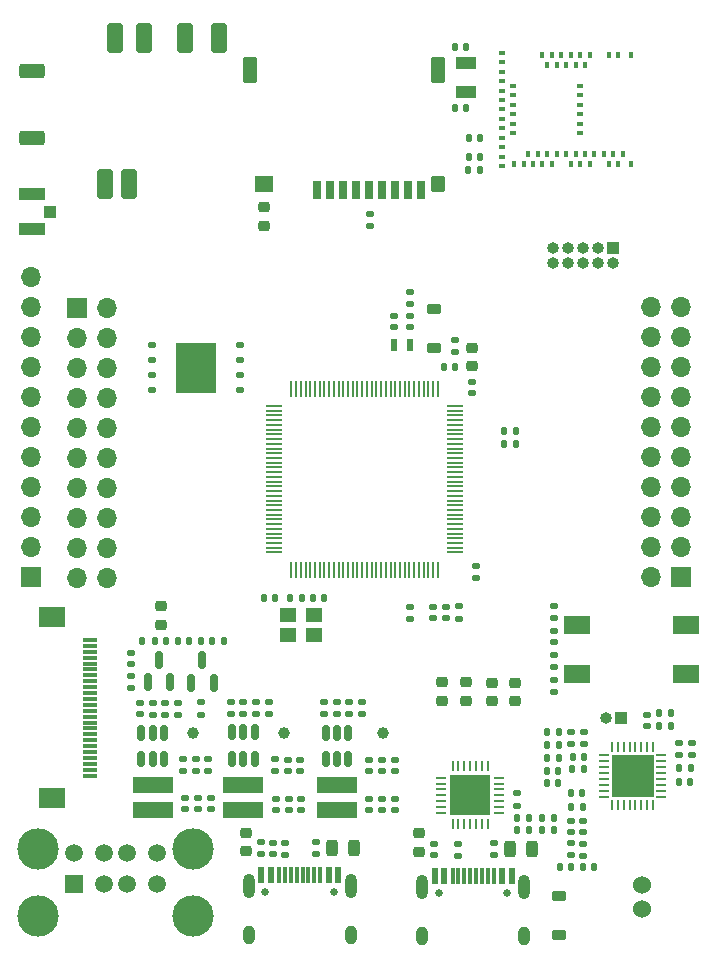
<source format=gbr>
%TF.GenerationSoftware,KiCad,Pcbnew,7.0.9*%
%TF.CreationDate,2024-06-03T19:44:06+03:00*%
%TF.ProjectId,LinuxCore-v2,4c696e75-7843-46f7-9265-2d76322e6b69,rev?*%
%TF.SameCoordinates,Original*%
%TF.FileFunction,Soldermask,Top*%
%TF.FilePolarity,Negative*%
%FSLAX46Y46*%
G04 Gerber Fmt 4.6, Leading zero omitted, Abs format (unit mm)*
G04 Created by KiCad (PCBNEW 7.0.9) date 2024-06-03 19:44:06*
%MOMM*%
%LPD*%
G01*
G04 APERTURE LIST*
G04 Aperture macros list*
%AMRoundRect*
0 Rectangle with rounded corners*
0 $1 Rounding radius*
0 $2 $3 $4 $5 $6 $7 $8 $9 X,Y pos of 4 corners*
0 Add a 4 corners polygon primitive as box body*
4,1,4,$2,$3,$4,$5,$6,$7,$8,$9,$2,$3,0*
0 Add four circle primitives for the rounded corners*
1,1,$1+$1,$2,$3*
1,1,$1+$1,$4,$5*
1,1,$1+$1,$6,$7*
1,1,$1+$1,$8,$9*
0 Add four rect primitives between the rounded corners*
20,1,$1+$1,$2,$3,$4,$5,0*
20,1,$1+$1,$4,$5,$6,$7,0*
20,1,$1+$1,$6,$7,$8,$9,0*
20,1,$1+$1,$8,$9,$2,$3,0*%
G04 Aperture macros list end*
%ADD10R,0.400000X0.600000*%
%ADD11R,0.600000X0.400000*%
%ADD12RoundRect,0.350000X-0.350000X-0.950000X0.350000X-0.950000X0.350000X0.950000X-0.350000X0.950000X0*%
%ADD13RoundRect,0.135000X0.185000X-0.135000X0.185000X0.135000X-0.185000X0.135000X-0.185000X-0.135000X0*%
%ADD14RoundRect,0.135000X-0.135000X-0.185000X0.135000X-0.185000X0.135000X0.185000X-0.135000X0.185000X0*%
%ADD15R,3.400000X1.350000*%
%ADD16RoundRect,0.140000X0.170000X-0.140000X0.170000X0.140000X-0.170000X0.140000X-0.170000X-0.140000X0*%
%ADD17RoundRect,0.070000X0.280000X0.730000X-0.280000X0.730000X-0.280000X-0.730000X0.280000X-0.730000X0*%
%ADD18RoundRect,0.140000X0.660000X0.560000X-0.660000X0.560000X-0.660000X-0.560000X0.660000X-0.560000X0*%
%ADD19RoundRect,0.120000X0.480000X0.580000X-0.480000X0.580000X-0.480000X-0.580000X0.480000X-0.580000X0*%
%ADD20RoundRect,0.120000X0.480000X0.980000X-0.480000X0.980000X-0.480000X-0.980000X0.480000X-0.980000X0*%
%ADD21RoundRect,0.140000X-0.170000X0.140000X-0.170000X-0.140000X0.170000X-0.140000X0.170000X0.140000X0*%
%ADD22RoundRect,0.135000X-0.185000X0.135000X-0.185000X-0.135000X0.185000X-0.135000X0.185000X0.135000X0*%
%ADD23C,1.000000*%
%ADD24RoundRect,0.140000X0.140000X0.170000X-0.140000X0.170000X-0.140000X-0.170000X0.140000X-0.170000X0*%
%ADD25RoundRect,0.218750X0.256250X-0.218750X0.256250X0.218750X-0.256250X0.218750X-0.256250X-0.218750X0*%
%ADD26R,1.700000X1.700000*%
%ADD27O,1.700000X1.700000*%
%ADD28RoundRect,0.140000X-0.140000X-0.170000X0.140000X-0.170000X0.140000X0.170000X-0.140000X0.170000X0*%
%ADD29RoundRect,0.135000X0.135000X0.185000X-0.135000X0.185000X-0.135000X-0.185000X0.135000X-0.185000X0*%
%ADD30RoundRect,0.150000X0.150000X-0.587500X0.150000X0.587500X-0.150000X0.587500X-0.150000X-0.587500X0*%
%ADD31R,0.600000X1.100000*%
%ADD32RoundRect,0.062500X0.062500X-0.337500X0.062500X0.337500X-0.062500X0.337500X-0.062500X-0.337500X0*%
%ADD33RoundRect,0.062500X0.337500X-0.062500X0.337500X0.062500X-0.337500X0.062500X-0.337500X-0.062500X0*%
%ADD34R,3.350000X3.350000*%
%ADD35RoundRect,0.150000X0.150000X-0.512500X0.150000X0.512500X-0.150000X0.512500X-0.150000X-0.512500X0*%
%ADD36RoundRect,0.225000X0.375000X-0.225000X0.375000X0.225000X-0.375000X0.225000X-0.375000X-0.225000X0*%
%ADD37R,1.800000X1.000000*%
%ADD38R,1.358900X0.228600*%
%ADD39R,0.228600X1.358900*%
%ADD40RoundRect,0.218750X-0.256250X0.218750X-0.256250X-0.218750X0.256250X-0.218750X0.256250X0.218750X0*%
%ADD41R,1.000000X1.000000*%
%ADD42O,1.000000X1.000000*%
%ADD43C,0.650000*%
%ADD44R,0.600000X1.450000*%
%ADD45R,0.300000X1.450000*%
%ADD46O,1.000000X2.100000*%
%ADD47O,1.000000X1.600000*%
%ADD48R,1.500000X1.500000*%
%ADD49C,1.500000*%
%ADD50C,3.500000*%
%ADD51RoundRect,0.250000X-0.850000X0.350000X-0.850000X-0.350000X0.850000X-0.350000X0.850000X0.350000X0*%
%ADD52RoundRect,0.243750X-0.243750X-0.456250X0.243750X-0.456250X0.243750X0.456250X-0.243750X0.456250X0*%
%ADD53R,2.180000X1.600000*%
%ADD54R,3.600000X3.600000*%
%ADD55R,1.400000X1.200000*%
%ADD56R,1.050000X1.000000*%
%ADD57R,2.200000X1.050000*%
%ADD58R,1.300000X0.300000*%
%ADD59R,2.200000X1.800000*%
%ADD60RoundRect,0.125000X-0.200000X-0.125000X0.200000X-0.125000X0.200000X0.125000X-0.200000X0.125000X0*%
%ADD61R,3.400000X4.300000*%
%ADD62C,1.524000*%
G04 APERTURE END LIST*
D10*
%TO.C,U10*%
X175560000Y-53040000D03*
X174460000Y-53040000D03*
X173660000Y-53040000D03*
X172060000Y-53040000D03*
X171660000Y-53940000D03*
X171260000Y-53040000D03*
X170860000Y-53940000D03*
X170460000Y-53040000D03*
X170060000Y-53940000D03*
X169660000Y-53040000D03*
X169260000Y-53940000D03*
X168860000Y-53040000D03*
X168460000Y-53940000D03*
X168060000Y-53040000D03*
D11*
X164660000Y-52890000D03*
X164660000Y-53690000D03*
X164660000Y-54490000D03*
X164660000Y-55290000D03*
X165560000Y-55690000D03*
X164660000Y-56090000D03*
X165560000Y-56490000D03*
X164660000Y-56890000D03*
X165560000Y-57290000D03*
X164660000Y-57690000D03*
X165560000Y-58090000D03*
X164660000Y-58490000D03*
X165560000Y-58890000D03*
X164660000Y-59290000D03*
X165560000Y-59690000D03*
X164660000Y-60090000D03*
X164660000Y-60890000D03*
X164660000Y-61690000D03*
X164660000Y-62490000D03*
D10*
X165660000Y-62340000D03*
X166460000Y-62340000D03*
X166860000Y-61440000D03*
X167260000Y-62340000D03*
X167660000Y-61440000D03*
X168060000Y-62340000D03*
X168460000Y-61440000D03*
X168860000Y-62340000D03*
X169260000Y-61440000D03*
X170060000Y-61440000D03*
X170460000Y-62340000D03*
X170860000Y-61440000D03*
X171260000Y-62340000D03*
X171660000Y-61440000D03*
X172060000Y-62340000D03*
X172460000Y-61440000D03*
X173260000Y-61440000D03*
X173660000Y-62340000D03*
X174060000Y-61440000D03*
X174460000Y-62340000D03*
X174860000Y-61440000D03*
X175560000Y-62340000D03*
D11*
X171260000Y-55690000D03*
X171260000Y-56490000D03*
X171260000Y-57290000D03*
X171260000Y-58090000D03*
X171260000Y-58890000D03*
X171260000Y-59690000D03*
%TD*%
D12*
%TO.C,U2*%
X140637150Y-51640000D03*
X137837150Y-51640000D03*
X134337150Y-51640000D03*
X131837150Y-51640000D03*
X131037150Y-64040000D03*
X133037150Y-64040000D03*
%TD*%
D13*
%TO.C,R13*%
X156807150Y-100800000D03*
X156807150Y-99780000D03*
%TD*%
D14*
%TO.C,R1*%
X146670000Y-99070000D03*
X147690000Y-99070000D03*
%TD*%
D15*
%TO.C,L5*%
X135047150Y-114855000D03*
X135047150Y-117005000D03*
%TD*%
D16*
%TO.C,C40*%
X154497150Y-113710000D03*
X154497150Y-112750000D03*
%TD*%
D17*
%TO.C,U7*%
X148997150Y-64475000D03*
X150097150Y-64475000D03*
X151197150Y-64475000D03*
X152297150Y-64475000D03*
X153397150Y-64475000D03*
X154497150Y-64475000D03*
X155597150Y-64475000D03*
X156697150Y-64475000D03*
X157797150Y-64475000D03*
D18*
X144497150Y-63975000D03*
D19*
X159197150Y-63975000D03*
D20*
X143297150Y-54375000D03*
X159197150Y-54375000D03*
%TD*%
D21*
%TO.C,C13*%
X162107150Y-80740000D03*
X162107150Y-81700000D03*
%TD*%
D22*
%TO.C,R47*%
X179657150Y-111360000D03*
X179657150Y-112380000D03*
%TD*%
D23*
%TO.C,TP2*%
X154557150Y-110500000D03*
%TD*%
D14*
%TO.C,R21*%
X138117150Y-102680000D03*
X139137150Y-102680000D03*
%TD*%
%TO.C,R16*%
X164810000Y-84950000D03*
X165830000Y-84950000D03*
%TD*%
D24*
%TO.C,C12*%
X160657150Y-79460000D03*
X159697150Y-79460000D03*
%TD*%
D22*
%TO.C,R24*%
X169057150Y-105980000D03*
X169057150Y-107000000D03*
%TD*%
D21*
%TO.C,C15*%
X169037150Y-101840000D03*
X169037150Y-102800000D03*
%TD*%
D22*
%TO.C,R2*%
X160687150Y-77210000D03*
X160687150Y-78230000D03*
%TD*%
D25*
%TO.C,D3*%
X159580000Y-107745000D03*
X159580000Y-106170000D03*
%TD*%
D21*
%TO.C,C57*%
X147647150Y-116050000D03*
X147647150Y-117010000D03*
%TD*%
D22*
%TO.C,R37*%
X153420000Y-66510000D03*
X153420000Y-67530000D03*
%TD*%
D25*
%TO.C,D4*%
X161590000Y-107765000D03*
X161590000Y-106190000D03*
%TD*%
D26*
%TO.C,J7*%
X179797150Y-97280000D03*
D27*
X177257150Y-97280000D03*
X179797150Y-94740000D03*
X177257150Y-94740000D03*
X179797150Y-92200000D03*
X177257150Y-92200000D03*
X179797150Y-89660000D03*
X177257150Y-89660000D03*
X179797150Y-87120000D03*
X177257150Y-87120000D03*
X179797150Y-84580000D03*
X177257150Y-84580000D03*
X179797150Y-82040000D03*
X177257150Y-82040000D03*
X179797150Y-79500000D03*
X177257150Y-79500000D03*
X179797150Y-76960000D03*
X177257150Y-76960000D03*
X179797150Y-74420000D03*
X177257150Y-74420000D03*
%TD*%
D28*
%TO.C,C37*%
X165942150Y-118715000D03*
X166902150Y-118715000D03*
%TD*%
D21*
%TO.C,C50*%
X137797150Y-116000000D03*
X137797150Y-116960000D03*
%TD*%
D14*
%TO.C,R48*%
X168417150Y-110420000D03*
X169437150Y-110420000D03*
%TD*%
D13*
%TO.C,R35*%
X152750000Y-108880000D03*
X152750000Y-107860000D03*
%TD*%
D26*
%TO.C,J3*%
X124797150Y-97295000D03*
D27*
X124797150Y-94755000D03*
X124797150Y-92215000D03*
X124797150Y-89675000D03*
X124797150Y-87135000D03*
X124797150Y-84595000D03*
X124797150Y-82055000D03*
X124797150Y-79515000D03*
X124797150Y-76975000D03*
X124797150Y-74435000D03*
X124797150Y-71895000D03*
%TD*%
D24*
%TO.C,C74*%
X171437150Y-115590000D03*
X170477150Y-115590000D03*
%TD*%
D29*
%TO.C,R19*%
X141117150Y-102680000D03*
X140097150Y-102680000D03*
%TD*%
D13*
%TO.C,R7*%
X146272150Y-120780000D03*
X146272150Y-119760000D03*
%TD*%
D22*
%TO.C,R18*%
X139140000Y-107900000D03*
X139140000Y-108920000D03*
%TD*%
D13*
%TO.C,R27*%
X165922150Y-116625000D03*
X165922150Y-115605000D03*
%TD*%
D15*
%TO.C,L7*%
X150647150Y-114880000D03*
X150647150Y-117030000D03*
%TD*%
D30*
%TO.C,Q2*%
X138317150Y-106215000D03*
X140217150Y-106215000D03*
X139267150Y-104340000D03*
%TD*%
D24*
%TO.C,C75*%
X180587150Y-114590000D03*
X179627150Y-114590000D03*
%TD*%
D16*
%TO.C,C68*%
X171587150Y-111390000D03*
X171587150Y-110430000D03*
%TD*%
D24*
%TO.C,C80*%
X161600000Y-52380000D03*
X160640000Y-52380000D03*
%TD*%
%TO.C,C71*%
X170470000Y-121820000D03*
X169510000Y-121820000D03*
%TD*%
D16*
%TO.C,C1*%
X156877150Y-76130000D03*
X156877150Y-75170000D03*
%TD*%
D31*
%TO.C,Y1*%
X156887150Y-77650000D03*
X155487150Y-77650000D03*
%TD*%
D22*
%TO.C,R32*%
X143780000Y-107860000D03*
X143780000Y-108880000D03*
%TD*%
D32*
%TO.C,U3*%
X160447150Y-118215000D03*
X160947150Y-118215000D03*
X161447150Y-118215000D03*
X161947150Y-118215000D03*
X162447150Y-118215000D03*
X162947150Y-118215000D03*
X163447150Y-118215000D03*
D33*
X164397150Y-117265000D03*
X164397150Y-116765000D03*
X164397150Y-116265000D03*
X164397150Y-115765000D03*
X164397150Y-115265000D03*
X164397150Y-114765000D03*
X164397150Y-114265000D03*
D32*
X163447150Y-113315000D03*
X162947150Y-113315000D03*
X162447150Y-113315000D03*
X161947150Y-113315000D03*
X161447150Y-113315000D03*
X160947150Y-113315000D03*
X160447150Y-113315000D03*
D33*
X159497150Y-114265000D03*
X159497150Y-114765000D03*
X159497150Y-115265000D03*
X159497150Y-115765000D03*
X159497150Y-116265000D03*
X159497150Y-116765000D03*
X159497150Y-117265000D03*
D34*
X161947150Y-115765000D03*
%TD*%
D29*
%TO.C,R55*%
X162790000Y-62850000D03*
X161770000Y-62850000D03*
%TD*%
D35*
%TO.C,U5*%
X141797150Y-112705000D03*
X142747150Y-112705000D03*
X143697150Y-112705000D03*
X143697150Y-110430000D03*
X142747150Y-110430000D03*
X141797150Y-110430000D03*
%TD*%
D21*
%TO.C,C52*%
X154497150Y-116050000D03*
X154497150Y-117010000D03*
%TD*%
D13*
%TO.C,R36*%
X144880000Y-108880000D03*
X144880000Y-107860000D03*
%TD*%
D16*
%TO.C,C47*%
X133990000Y-108910000D03*
X133990000Y-107950000D03*
%TD*%
D21*
%TO.C,C51*%
X145497150Y-116070000D03*
X145497150Y-117030000D03*
%TD*%
D26*
%TO.C,J8*%
X128632150Y-74485000D03*
D27*
X131172150Y-74485000D03*
X128632150Y-77025000D03*
X131172150Y-77025000D03*
X128632150Y-79565000D03*
X131172150Y-79565000D03*
X128632150Y-82105000D03*
X131172150Y-82105000D03*
X128632150Y-84645000D03*
X131172150Y-84645000D03*
X128632150Y-87185000D03*
X131172150Y-87185000D03*
X128632150Y-89725000D03*
X131172150Y-89725000D03*
X128632150Y-92265000D03*
X131172150Y-92265000D03*
X128632150Y-94805000D03*
X131172150Y-94805000D03*
X128632150Y-97345000D03*
X131172150Y-97345000D03*
%TD*%
D16*
%TO.C,C45*%
X145397150Y-113660000D03*
X145397150Y-112700000D03*
%TD*%
D13*
%TO.C,R3*%
X133267150Y-106700000D03*
X133267150Y-105680000D03*
%TD*%
D25*
%TO.C,L3*%
X142922150Y-120497500D03*
X142922150Y-118922500D03*
%TD*%
D36*
%TO.C,D1*%
X158887150Y-77850000D03*
X158887150Y-74550000D03*
%TD*%
D37*
%TO.C,Y3*%
X161620000Y-53750000D03*
X161620000Y-56250000D03*
%TD*%
D36*
%TO.C,D2*%
X169497150Y-127625000D03*
X169497150Y-124325000D03*
%TD*%
D29*
%TO.C,R51*%
X171497150Y-116740000D03*
X170477150Y-116740000D03*
%TD*%
D15*
%TO.C,L6*%
X142747150Y-114855000D03*
X142747150Y-117005000D03*
%TD*%
D28*
%TO.C,C83*%
X161820000Y-60100000D03*
X162780000Y-60100000D03*
%TD*%
D22*
%TO.C,R49*%
X171490000Y-119850000D03*
X171490000Y-120870000D03*
%TD*%
D13*
%TO.C,R50*%
X170440000Y-120850000D03*
X170440000Y-119830000D03*
%TD*%
D16*
%TO.C,C46*%
X153397150Y-113697500D03*
X153397150Y-112737500D03*
%TD*%
%TO.C,C49*%
X149590000Y-108850000D03*
X149590000Y-107890000D03*
%TD*%
D24*
%TO.C,C63*%
X169417150Y-114690000D03*
X168457150Y-114690000D03*
%TD*%
D38*
%TO.C,U1*%
X160677150Y-95200000D03*
X160677150Y-94799999D03*
X160677150Y-94399999D03*
X160677150Y-94000000D03*
X160677150Y-93599998D03*
X160677150Y-93199999D03*
X160677150Y-92800000D03*
X160677150Y-92400001D03*
X160677150Y-91999999D03*
X160677150Y-91600000D03*
X160677150Y-91200001D03*
X160677150Y-90799999D03*
X160677150Y-90400000D03*
X160677150Y-90000001D03*
X160677150Y-89599999D03*
X160677150Y-89200000D03*
X160677150Y-88800000D03*
X160677150Y-88400001D03*
X160677150Y-87999999D03*
X160677150Y-87600000D03*
X160677150Y-87200001D03*
X160677150Y-86799999D03*
X160677150Y-86400000D03*
X160677150Y-86000001D03*
X160677150Y-85600002D03*
X160677150Y-85200000D03*
X160677150Y-84800001D03*
X160677150Y-84400002D03*
X160677150Y-84000000D03*
X160677150Y-83600001D03*
X160677150Y-83200001D03*
X160677150Y-82800000D03*
D39*
X159200000Y-81322850D03*
X158799999Y-81322850D03*
X158399999Y-81322850D03*
X158000000Y-81322850D03*
X157599998Y-81322850D03*
X157199999Y-81322850D03*
X156800000Y-81322850D03*
X156400001Y-81322850D03*
X155999999Y-81322850D03*
X155600000Y-81322850D03*
X155200001Y-81322850D03*
X154799999Y-81322850D03*
X154400000Y-81322850D03*
X154000001Y-81322850D03*
X153600001Y-81322850D03*
X153200000Y-81322850D03*
X152800000Y-81322850D03*
X152400001Y-81322850D03*
X151999999Y-81322850D03*
X151600000Y-81322850D03*
X151200001Y-81322850D03*
X150799999Y-81322850D03*
X150400000Y-81322850D03*
X150000001Y-81322850D03*
X149600002Y-81322850D03*
X149200000Y-81322850D03*
X148800001Y-81322850D03*
X148400002Y-81322850D03*
X148000000Y-81322850D03*
X147600001Y-81322850D03*
X147200001Y-81322850D03*
X146800000Y-81322850D03*
D38*
X145322850Y-82800000D03*
X145322850Y-83200001D03*
X145322850Y-83600001D03*
X145322850Y-84000000D03*
X145322850Y-84400002D03*
X145322850Y-84800001D03*
X145322850Y-85200000D03*
X145322850Y-85599999D03*
X145322850Y-86000001D03*
X145322850Y-86400000D03*
X145322850Y-86799999D03*
X145322850Y-87200001D03*
X145322850Y-87600000D03*
X145322850Y-87999999D03*
X145322850Y-88399999D03*
X145322850Y-88800000D03*
X145322850Y-89200000D03*
X145322850Y-89599999D03*
X145322850Y-90000001D03*
X145322850Y-90400000D03*
X145322850Y-90799999D03*
X145322850Y-91200001D03*
X145322850Y-91600000D03*
X145322850Y-91999999D03*
X145322850Y-92399998D03*
X145322850Y-92800000D03*
X145322850Y-93199999D03*
X145322850Y-93599998D03*
X145322850Y-94000000D03*
X145322850Y-94399999D03*
X145322850Y-94799999D03*
X145322850Y-95200000D03*
D39*
X146800000Y-96677150D03*
X147200001Y-96677150D03*
X147600001Y-96677150D03*
X148000000Y-96677150D03*
X148400002Y-96677150D03*
X148800001Y-96677150D03*
X149200000Y-96677150D03*
X149599999Y-96677150D03*
X150000001Y-96677150D03*
X150400000Y-96677150D03*
X150799999Y-96677150D03*
X151200001Y-96677150D03*
X151600000Y-96677150D03*
X151999999Y-96677150D03*
X152399999Y-96677150D03*
X152800000Y-96677150D03*
X153200000Y-96677150D03*
X153599999Y-96677150D03*
X154000001Y-96677150D03*
X154400000Y-96677150D03*
X154799999Y-96677150D03*
X155200001Y-96677150D03*
X155600000Y-96677150D03*
X155999999Y-96677150D03*
X156399998Y-96677150D03*
X156800000Y-96677150D03*
X157199999Y-96677150D03*
X157599998Y-96677150D03*
X158000000Y-96677150D03*
X158399999Y-96677150D03*
X158799999Y-96677150D03*
X159200000Y-96677150D03*
%TD*%
D24*
%TO.C,C81*%
X161620000Y-57590000D03*
X160660000Y-57590000D03*
%TD*%
D25*
%TO.C,D6*%
X163790000Y-107785000D03*
X163790000Y-106210000D03*
%TD*%
D16*
%TO.C,C4*%
X158827150Y-100740000D03*
X158827150Y-99780000D03*
%TD*%
D25*
%TO.C,L4*%
X157597150Y-120527500D03*
X157597150Y-118952500D03*
%TD*%
D14*
%TO.C,R9*%
X167987150Y-118700000D03*
X169007150Y-118700000D03*
%TD*%
D16*
%TO.C,C39*%
X147547150Y-113690000D03*
X147547150Y-112730000D03*
%TD*%
D21*
%TO.C,C14*%
X133247150Y-103700000D03*
X133247150Y-104660000D03*
%TD*%
D40*
%TO.C,L1*%
X162117150Y-77862500D03*
X162117150Y-79437500D03*
%TD*%
D21*
%TO.C,C54*%
X146597150Y-116050000D03*
X146597150Y-117010000D03*
%TD*%
D13*
%TO.C,R25*%
X160930000Y-120860000D03*
X160930000Y-119840000D03*
%TD*%
%TO.C,R34*%
X137170000Y-108960000D03*
X137170000Y-107940000D03*
%TD*%
D41*
%TO.C,LS1*%
X174737150Y-109180000D03*
D42*
X173467150Y-109180000D03*
%TD*%
D43*
%TO.C,J1*%
X144607150Y-123960000D03*
X150387150Y-123960000D03*
D44*
X144247150Y-122515000D03*
X145047150Y-122515000D03*
D45*
X146247150Y-122515000D03*
X147247150Y-122515000D03*
X147747150Y-122515000D03*
X148747150Y-122515000D03*
D44*
X149947150Y-122515000D03*
X150747150Y-122515000D03*
X150747150Y-122515000D03*
X149947150Y-122515000D03*
D45*
X149247150Y-122515000D03*
X148247150Y-122515000D03*
X146747150Y-122515000D03*
X145747150Y-122515000D03*
D44*
X145047150Y-122515000D03*
X144247150Y-122515000D03*
D46*
X143177150Y-123430000D03*
D47*
X143177150Y-127610000D03*
D46*
X151817150Y-123430000D03*
D47*
X151817150Y-127610000D03*
%TD*%
D23*
%TO.C,TP1*%
X138507150Y-110500000D03*
%TD*%
D28*
%TO.C,C70*%
X171460000Y-121830000D03*
X172420000Y-121830000D03*
%TD*%
D22*
%TO.C,R31*%
X136100000Y-107950000D03*
X136100000Y-108970000D03*
%TD*%
D13*
%TO.C,R28*%
X135050000Y-108970000D03*
X135050000Y-107950000D03*
%TD*%
%TO.C,R12*%
X162417150Y-97380000D03*
X162417150Y-96360000D03*
%TD*%
D48*
%TO.C,J6*%
X128397148Y-123257685D03*
D49*
X130897148Y-123257685D03*
X132897148Y-123257685D03*
X135397148Y-123257685D03*
X128397148Y-120637685D03*
X130897148Y-120637685D03*
X132897148Y-120637685D03*
X135397148Y-120637685D03*
D50*
X125327148Y-125967685D03*
X138467148Y-125967685D03*
X125327148Y-120287685D03*
X138467148Y-120287685D03*
%TD*%
D16*
%TO.C,C9*%
X159877150Y-100750000D03*
X159877150Y-99790000D03*
%TD*%
D23*
%TO.C,TP3*%
X146167150Y-110500000D03*
%TD*%
D51*
%TO.C,AE2*%
X124860000Y-54410000D03*
X124860000Y-60110000D03*
%TD*%
D25*
%TO.C,L2*%
X135807150Y-101307500D03*
X135807150Y-99732500D03*
%TD*%
D22*
%TO.C,R4*%
X169057150Y-99740000D03*
X169057150Y-100760000D03*
%TD*%
D13*
%TO.C,R8*%
X148870000Y-120750000D03*
X148870000Y-119730000D03*
%TD*%
D52*
%TO.C,F1*%
X150202500Y-120240000D03*
X152077500Y-120240000D03*
%TD*%
D35*
%TO.C,U6*%
X149697150Y-112717500D03*
X150647150Y-112717500D03*
X151597150Y-112717500D03*
X151597150Y-110442500D03*
X150647150Y-110442500D03*
X149697150Y-110442500D03*
%TD*%
D22*
%TO.C,R6*%
X144222150Y-119740000D03*
X144222150Y-120760000D03*
%TD*%
D16*
%TO.C,C7*%
X156877150Y-74140000D03*
X156877150Y-73180000D03*
%TD*%
D28*
%TO.C,C67*%
X179657150Y-113480000D03*
X180617150Y-113480000D03*
%TD*%
%TO.C,C77*%
X170607150Y-112540000D03*
X171567150Y-112540000D03*
%TD*%
D16*
%TO.C,C43*%
X155570000Y-113710000D03*
X155570000Y-112750000D03*
%TD*%
D53*
%TO.C,SW2*%
X180197150Y-105480000D03*
X171017150Y-105480000D03*
%TD*%
D24*
%TO.C,C62*%
X169427150Y-111520000D03*
X168467150Y-111520000D03*
%TD*%
D29*
%TO.C,R46*%
X178987150Y-109880000D03*
X177967150Y-109880000D03*
%TD*%
D16*
%TO.C,C65*%
X176937150Y-109880000D03*
X176937150Y-108920000D03*
%TD*%
D32*
%TO.C,U8*%
X173937150Y-116570000D03*
X174437150Y-116570000D03*
X174937150Y-116570000D03*
X175437150Y-116570000D03*
X175937150Y-116570000D03*
X176437150Y-116570000D03*
X176937150Y-116570000D03*
X177437150Y-116570000D03*
D33*
X178137150Y-115870000D03*
X178137150Y-115370000D03*
X178137150Y-114870000D03*
X178137150Y-114370000D03*
X178137150Y-113870000D03*
X178137150Y-113370000D03*
X178137150Y-112870000D03*
X178137150Y-112370000D03*
D32*
X177437150Y-111670000D03*
X176937150Y-111670000D03*
X176437150Y-111670000D03*
X175937150Y-111670000D03*
X175437150Y-111670000D03*
X174937150Y-111670000D03*
X174437150Y-111670000D03*
X173937150Y-111670000D03*
D33*
X173237150Y-112370000D03*
X173237150Y-112870000D03*
X173237150Y-113370000D03*
X173237150Y-113870000D03*
X173237150Y-114370000D03*
X173237150Y-114870000D03*
X173237150Y-115370000D03*
X173237150Y-115870000D03*
D54*
X175687150Y-114120000D03*
%TD*%
D21*
%TO.C,C53*%
X138897150Y-116000000D03*
X138897150Y-116960000D03*
%TD*%
D55*
%TO.C,Y2*%
X146510000Y-102180000D03*
X148710000Y-102180000D03*
X148710000Y-100480000D03*
X146510000Y-100480000D03*
%TD*%
D22*
%TO.C,R45*%
X180747150Y-111360000D03*
X180747150Y-112380000D03*
%TD*%
D56*
%TO.C,AE1*%
X126347150Y-66340000D03*
D57*
X124822150Y-67815000D03*
X124822150Y-64865000D03*
%TD*%
D24*
%TO.C,C66*%
X169427150Y-112600000D03*
X168467150Y-112600000D03*
%TD*%
D16*
%TO.C,C42*%
X146497150Y-113690000D03*
X146497150Y-112730000D03*
%TD*%
D29*
%TO.C,R10*%
X169007150Y-117700000D03*
X167987150Y-117700000D03*
%TD*%
D35*
%TO.C,U4*%
X134109650Y-112717500D03*
X135059650Y-112717500D03*
X136009650Y-112717500D03*
X136009650Y-110442500D03*
X135059650Y-110442500D03*
X134109650Y-110442500D03*
%TD*%
D58*
%TO.C,J4*%
X129772150Y-102600000D03*
X129772150Y-103100000D03*
X129772150Y-103600000D03*
X129772150Y-104100000D03*
X129772150Y-104600000D03*
X129772150Y-105100000D03*
X129772150Y-105600000D03*
X129772150Y-106100000D03*
X129772150Y-106600000D03*
X129772150Y-107100000D03*
X129772150Y-107600000D03*
X129772150Y-108100000D03*
X129772150Y-108600000D03*
X129772150Y-109100000D03*
X129772150Y-109600000D03*
X129772150Y-110100000D03*
X129772150Y-110600000D03*
X129772150Y-111100000D03*
X129772150Y-111600000D03*
X129772150Y-112100000D03*
X129772150Y-112600000D03*
X129772150Y-113100000D03*
X129772150Y-113600000D03*
X129772150Y-114100000D03*
D59*
X126522150Y-100700000D03*
X126522150Y-116000000D03*
%TD*%
D28*
%TO.C,C82*%
X161830000Y-61680000D03*
X162790000Y-61680000D03*
%TD*%
D16*
%TO.C,C73*%
X171497150Y-118870000D03*
X171497150Y-117910000D03*
%TD*%
D24*
%TO.C,C36*%
X166902150Y-117665000D03*
X165942150Y-117665000D03*
%TD*%
D21*
%TO.C,C28*%
X145272150Y-119780000D03*
X145272150Y-120740000D03*
%TD*%
D13*
%TO.C,R30*%
X150630000Y-108890000D03*
X150630000Y-107870000D03*
%TD*%
D29*
%TO.C,R5*%
X135217150Y-102670000D03*
X134197150Y-102670000D03*
%TD*%
D16*
%TO.C,C41*%
X138697150Y-113660000D03*
X138697150Y-112700000D03*
%TD*%
%TO.C,C48*%
X141690000Y-108840000D03*
X141690000Y-107880000D03*
%TD*%
D21*
%TO.C,C55*%
X155597150Y-116050000D03*
X155597150Y-117010000D03*
%TD*%
D13*
%TO.C,R29*%
X142730000Y-108880000D03*
X142730000Y-107860000D03*
%TD*%
D25*
%TO.C,D5*%
X165722850Y-107815000D03*
X165722850Y-106240000D03*
%TD*%
D24*
%TO.C,C16*%
X137167150Y-102670000D03*
X136207150Y-102670000D03*
%TD*%
D21*
%TO.C,C56*%
X139997150Y-116000000D03*
X139997150Y-116960000D03*
%TD*%
%TO.C,C58*%
X153397150Y-116050000D03*
X153397150Y-117010000D03*
%TD*%
D60*
%TO.C,U9*%
X134970000Y-77640000D03*
X134970000Y-78910000D03*
X134970000Y-80180000D03*
X134970000Y-81450000D03*
X142470000Y-81450000D03*
X142470000Y-80180000D03*
X142470000Y-78910000D03*
X142470000Y-77640000D03*
D61*
X138720000Y-79545000D03*
%TD*%
D30*
%TO.C,Q1*%
X134647150Y-106145000D03*
X136547150Y-106145000D03*
X135597150Y-104270000D03*
%TD*%
D43*
%TO.C,J2*%
X159307150Y-124060000D03*
X165087150Y-124060000D03*
D44*
X158947150Y-122615000D03*
X159747150Y-122615000D03*
D45*
X160947150Y-122615000D03*
X161947150Y-122615000D03*
X162447150Y-122615000D03*
X163447150Y-122615000D03*
D44*
X164647150Y-122615000D03*
X165447150Y-122615000D03*
X165447150Y-122615000D03*
X164647150Y-122615000D03*
D45*
X163947150Y-122615000D03*
X162947150Y-122615000D03*
X161447150Y-122615000D03*
X160447150Y-122615000D03*
D44*
X159747150Y-122615000D03*
X158947150Y-122615000D03*
D46*
X157877150Y-123530000D03*
D47*
X157877150Y-127710000D03*
D46*
X166517150Y-123530000D03*
D47*
X166517150Y-127710000D03*
%TD*%
D16*
%TO.C,C44*%
X137647150Y-113660000D03*
X137647150Y-112700000D03*
%TD*%
D41*
%TO.C,J5*%
X174040000Y-69440000D03*
D42*
X174040000Y-70710000D03*
X172770000Y-69440000D03*
X172770000Y-70710000D03*
X171500000Y-69440000D03*
X171500000Y-70710000D03*
X170230000Y-69440000D03*
X170230000Y-70710000D03*
X168960000Y-69440000D03*
X168960000Y-70710000D03*
%TD*%
D16*
%TO.C,C72*%
X170447150Y-118870000D03*
X170447150Y-117910000D03*
%TD*%
D13*
%TO.C,R23*%
X169067150Y-104930000D03*
X169067150Y-103910000D03*
%TD*%
D14*
%TO.C,R17*%
X164820000Y-86030000D03*
X165840000Y-86030000D03*
%TD*%
D16*
%TO.C,C69*%
X170507150Y-111390000D03*
X170507150Y-110430000D03*
%TD*%
D22*
%TO.C,R33*%
X151700000Y-107850000D03*
X151700000Y-108870000D03*
%TD*%
D13*
%TO.C,R26*%
X163970000Y-120790000D03*
X163970000Y-119770000D03*
%TD*%
D24*
%TO.C,C3*%
X145420000Y-99070000D03*
X144460000Y-99070000D03*
%TD*%
D13*
%TO.C,R11*%
X160957150Y-100790000D03*
X160957150Y-99770000D03*
%TD*%
D28*
%TO.C,C8*%
X148630000Y-99080000D03*
X149590000Y-99080000D03*
%TD*%
D16*
%TO.C,C35*%
X158910000Y-120800000D03*
X158910000Y-119840000D03*
%TD*%
D28*
%TO.C,C76*%
X170597150Y-113570000D03*
X171557150Y-113570000D03*
%TD*%
D53*
%TO.C,SW1*%
X180197150Y-101300000D03*
X171017150Y-101300000D03*
%TD*%
D52*
%TO.C,F2*%
X165284650Y-120265000D03*
X167159650Y-120265000D03*
%TD*%
D16*
%TO.C,C38*%
X139747150Y-113680000D03*
X139747150Y-112720000D03*
%TD*%
D24*
%TO.C,C64*%
X169417150Y-113670000D03*
X168457150Y-113670000D03*
%TD*%
D40*
%TO.C,L8*%
X144510000Y-65962500D03*
X144510000Y-67537500D03*
%TD*%
D16*
%TO.C,C2*%
X155477150Y-76130000D03*
X155477150Y-75170000D03*
%TD*%
D29*
%TO.C,R44*%
X178987150Y-108820000D03*
X177967150Y-108820000D03*
%TD*%
D62*
%TO.C,U11*%
X176507150Y-123390000D03*
X176507150Y-125390000D03*
%TD*%
M02*

</source>
